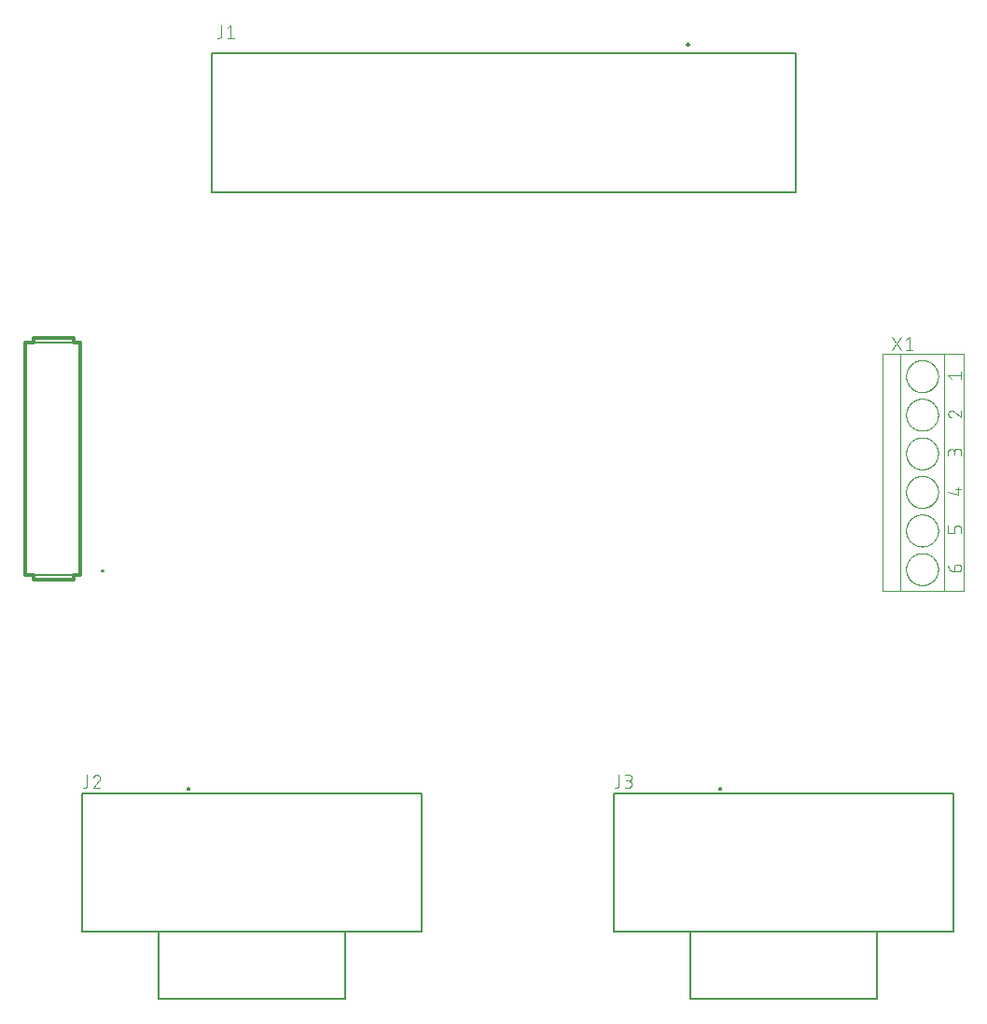
<source format=gbr>
G04 EAGLE Gerber RS-274X export*
G75*
%MOMM*%
%FSLAX34Y34*%
%LPD*%
%INSilkscreen Top*%
%IPPOS*%
%AMOC8*
5,1,8,0,0,1.08239X$1,22.5*%
G01*
%ADD10C,0.127000*%
%ADD11C,0.200000*%
%ADD12C,0.101600*%
%ADD13C,0.304800*%
%ADD14C,0.203200*%


D10*
X166751Y990092D02*
X696849Y990092D01*
X696849Y864108D01*
X166751Y864108D01*
X166751Y990092D01*
D11*
X598440Y998220D02*
X598442Y998283D01*
X598448Y998345D01*
X598458Y998407D01*
X598471Y998469D01*
X598489Y998529D01*
X598510Y998588D01*
X598535Y998646D01*
X598564Y998702D01*
X598596Y998756D01*
X598631Y998808D01*
X598669Y998857D01*
X598711Y998905D01*
X598755Y998949D01*
X598803Y998991D01*
X598852Y999029D01*
X598904Y999064D01*
X598958Y999096D01*
X599014Y999125D01*
X599072Y999150D01*
X599131Y999171D01*
X599191Y999189D01*
X599253Y999202D01*
X599315Y999212D01*
X599377Y999218D01*
X599440Y999220D01*
X599503Y999218D01*
X599565Y999212D01*
X599627Y999202D01*
X599689Y999189D01*
X599749Y999171D01*
X599808Y999150D01*
X599866Y999125D01*
X599922Y999096D01*
X599976Y999064D01*
X600028Y999029D01*
X600077Y998991D01*
X600125Y998949D01*
X600169Y998905D01*
X600211Y998857D01*
X600249Y998808D01*
X600284Y998756D01*
X600316Y998702D01*
X600345Y998646D01*
X600370Y998588D01*
X600391Y998529D01*
X600409Y998469D01*
X600422Y998407D01*
X600432Y998345D01*
X600438Y998283D01*
X600440Y998220D01*
X600438Y998157D01*
X600432Y998095D01*
X600422Y998033D01*
X600409Y997971D01*
X600391Y997911D01*
X600370Y997852D01*
X600345Y997794D01*
X600316Y997738D01*
X600284Y997684D01*
X600249Y997632D01*
X600211Y997583D01*
X600169Y997535D01*
X600125Y997491D01*
X600077Y997449D01*
X600028Y997411D01*
X599976Y997376D01*
X599922Y997344D01*
X599866Y997315D01*
X599808Y997290D01*
X599749Y997269D01*
X599689Y997251D01*
X599627Y997238D01*
X599565Y997228D01*
X599503Y997222D01*
X599440Y997220D01*
X599377Y997222D01*
X599315Y997228D01*
X599253Y997238D01*
X599191Y997251D01*
X599131Y997269D01*
X599072Y997290D01*
X599014Y997315D01*
X598958Y997344D01*
X598904Y997376D01*
X598852Y997411D01*
X598803Y997449D01*
X598755Y997491D01*
X598711Y997535D01*
X598669Y997583D01*
X598631Y997632D01*
X598596Y997684D01*
X598564Y997738D01*
X598535Y997794D01*
X598510Y997852D01*
X598489Y997911D01*
X598471Y997971D01*
X598458Y998033D01*
X598448Y998095D01*
X598442Y998157D01*
X598440Y998220D01*
D12*
X175853Y1006404D02*
X175853Y1015492D01*
X175852Y1006404D02*
X175850Y1006305D01*
X175844Y1006205D01*
X175835Y1006106D01*
X175822Y1006008D01*
X175805Y1005910D01*
X175784Y1005812D01*
X175759Y1005716D01*
X175731Y1005621D01*
X175699Y1005527D01*
X175664Y1005434D01*
X175625Y1005342D01*
X175582Y1005252D01*
X175537Y1005164D01*
X175487Y1005077D01*
X175435Y1004993D01*
X175379Y1004910D01*
X175321Y1004830D01*
X175259Y1004752D01*
X175194Y1004677D01*
X175126Y1004604D01*
X175056Y1004534D01*
X174983Y1004466D01*
X174908Y1004401D01*
X174830Y1004339D01*
X174750Y1004281D01*
X174667Y1004225D01*
X174583Y1004173D01*
X174496Y1004123D01*
X174408Y1004078D01*
X174318Y1004035D01*
X174226Y1003996D01*
X174133Y1003961D01*
X174039Y1003929D01*
X173944Y1003901D01*
X173848Y1003876D01*
X173750Y1003855D01*
X173652Y1003838D01*
X173554Y1003825D01*
X173455Y1003816D01*
X173355Y1003810D01*
X173256Y1003808D01*
X171958Y1003808D01*
X181126Y1012896D02*
X184372Y1015492D01*
X184372Y1003808D01*
X187617Y1003808D02*
X181126Y1003808D01*
D10*
X49150Y318290D02*
X357250Y318290D01*
X357250Y193290D01*
X287800Y193290D01*
X118600Y193290D01*
X49150Y193290D01*
X49150Y318290D01*
X118600Y193290D02*
X118600Y132290D01*
X287800Y132290D01*
X287800Y193290D01*
D11*
X145000Y323140D02*
X145002Y323203D01*
X145008Y323265D01*
X145018Y323327D01*
X145031Y323389D01*
X145049Y323449D01*
X145070Y323508D01*
X145095Y323566D01*
X145124Y323622D01*
X145156Y323676D01*
X145191Y323728D01*
X145229Y323777D01*
X145271Y323825D01*
X145315Y323869D01*
X145363Y323911D01*
X145412Y323949D01*
X145464Y323984D01*
X145518Y324016D01*
X145574Y324045D01*
X145632Y324070D01*
X145691Y324091D01*
X145751Y324109D01*
X145813Y324122D01*
X145875Y324132D01*
X145937Y324138D01*
X146000Y324140D01*
X146063Y324138D01*
X146125Y324132D01*
X146187Y324122D01*
X146249Y324109D01*
X146309Y324091D01*
X146368Y324070D01*
X146426Y324045D01*
X146482Y324016D01*
X146536Y323984D01*
X146588Y323949D01*
X146637Y323911D01*
X146685Y323869D01*
X146729Y323825D01*
X146771Y323777D01*
X146809Y323728D01*
X146844Y323676D01*
X146876Y323622D01*
X146905Y323566D01*
X146930Y323508D01*
X146951Y323449D01*
X146969Y323389D01*
X146982Y323327D01*
X146992Y323265D01*
X146998Y323203D01*
X147000Y323140D01*
X146998Y323077D01*
X146992Y323015D01*
X146982Y322953D01*
X146969Y322891D01*
X146951Y322831D01*
X146930Y322772D01*
X146905Y322714D01*
X146876Y322658D01*
X146844Y322604D01*
X146809Y322552D01*
X146771Y322503D01*
X146729Y322455D01*
X146685Y322411D01*
X146637Y322369D01*
X146588Y322331D01*
X146536Y322296D01*
X146482Y322264D01*
X146426Y322235D01*
X146368Y322210D01*
X146309Y322189D01*
X146249Y322171D01*
X146187Y322158D01*
X146125Y322148D01*
X146063Y322142D01*
X146000Y322140D01*
X145937Y322142D01*
X145875Y322148D01*
X145813Y322158D01*
X145751Y322171D01*
X145691Y322189D01*
X145632Y322210D01*
X145574Y322235D01*
X145518Y322264D01*
X145464Y322296D01*
X145412Y322331D01*
X145363Y322369D01*
X145315Y322411D01*
X145271Y322455D01*
X145229Y322503D01*
X145191Y322552D01*
X145156Y322604D01*
X145124Y322658D01*
X145095Y322714D01*
X145070Y322772D01*
X145049Y322831D01*
X145031Y322891D01*
X145018Y322953D01*
X145008Y323015D01*
X145002Y323077D01*
X145000Y323140D01*
D12*
X53953Y326344D02*
X53953Y335432D01*
X53952Y326344D02*
X53950Y326245D01*
X53944Y326145D01*
X53935Y326046D01*
X53922Y325948D01*
X53905Y325850D01*
X53884Y325752D01*
X53859Y325656D01*
X53831Y325561D01*
X53799Y325467D01*
X53764Y325374D01*
X53725Y325282D01*
X53682Y325192D01*
X53637Y325104D01*
X53587Y325017D01*
X53535Y324933D01*
X53479Y324850D01*
X53421Y324770D01*
X53359Y324692D01*
X53294Y324617D01*
X53226Y324544D01*
X53156Y324474D01*
X53083Y324406D01*
X53008Y324341D01*
X52930Y324279D01*
X52850Y324221D01*
X52767Y324165D01*
X52683Y324113D01*
X52596Y324063D01*
X52508Y324018D01*
X52418Y323975D01*
X52326Y323936D01*
X52233Y323901D01*
X52139Y323869D01*
X52044Y323841D01*
X51948Y323816D01*
X51850Y323795D01*
X51752Y323778D01*
X51654Y323765D01*
X51555Y323756D01*
X51455Y323750D01*
X51356Y323748D01*
X50058Y323748D01*
X62796Y335432D02*
X62903Y335430D01*
X63009Y335424D01*
X63115Y335414D01*
X63221Y335401D01*
X63327Y335383D01*
X63431Y335362D01*
X63535Y335337D01*
X63638Y335308D01*
X63739Y335276D01*
X63839Y335239D01*
X63938Y335199D01*
X64036Y335156D01*
X64132Y335109D01*
X64226Y335058D01*
X64318Y335004D01*
X64408Y334947D01*
X64496Y334887D01*
X64581Y334823D01*
X64664Y334756D01*
X64745Y334686D01*
X64823Y334614D01*
X64899Y334538D01*
X64971Y334460D01*
X65041Y334379D01*
X65108Y334296D01*
X65172Y334211D01*
X65232Y334123D01*
X65289Y334033D01*
X65343Y333941D01*
X65394Y333847D01*
X65441Y333751D01*
X65484Y333653D01*
X65524Y333554D01*
X65561Y333454D01*
X65593Y333353D01*
X65622Y333250D01*
X65647Y333146D01*
X65668Y333042D01*
X65686Y332936D01*
X65699Y332830D01*
X65709Y332724D01*
X65715Y332618D01*
X65717Y332511D01*
X62796Y335432D02*
X62675Y335430D01*
X62554Y335424D01*
X62434Y335414D01*
X62313Y335401D01*
X62194Y335383D01*
X62074Y335362D01*
X61956Y335337D01*
X61839Y335308D01*
X61722Y335275D01*
X61607Y335239D01*
X61493Y335198D01*
X61380Y335155D01*
X61268Y335107D01*
X61159Y335056D01*
X61051Y335001D01*
X60944Y334943D01*
X60840Y334882D01*
X60738Y334817D01*
X60638Y334749D01*
X60540Y334678D01*
X60444Y334604D01*
X60351Y334527D01*
X60261Y334446D01*
X60173Y334363D01*
X60088Y334277D01*
X60005Y334188D01*
X59926Y334097D01*
X59849Y334003D01*
X59776Y333907D01*
X59706Y333809D01*
X59639Y333708D01*
X59575Y333605D01*
X59515Y333500D01*
X59458Y333393D01*
X59404Y333285D01*
X59354Y333175D01*
X59308Y333063D01*
X59265Y332950D01*
X59226Y332835D01*
X64744Y330239D02*
X64823Y330316D01*
X64899Y330397D01*
X64972Y330480D01*
X65042Y330565D01*
X65109Y330653D01*
X65173Y330743D01*
X65233Y330835D01*
X65290Y330930D01*
X65344Y331026D01*
X65395Y331124D01*
X65442Y331224D01*
X65486Y331326D01*
X65526Y331429D01*
X65562Y331533D01*
X65594Y331639D01*
X65623Y331745D01*
X65648Y331853D01*
X65670Y331961D01*
X65687Y332071D01*
X65701Y332180D01*
X65710Y332290D01*
X65716Y332401D01*
X65718Y332511D01*
X64744Y330239D02*
X59226Y323748D01*
X65717Y323748D01*
D10*
X531750Y318290D02*
X839850Y318290D01*
X839850Y193290D01*
X770400Y193290D01*
X601200Y193290D01*
X531750Y193290D01*
X531750Y318290D01*
X601200Y193290D02*
X601200Y132290D01*
X770400Y132290D01*
X770400Y193290D01*
D11*
X627600Y323140D02*
X627602Y323203D01*
X627608Y323265D01*
X627618Y323327D01*
X627631Y323389D01*
X627649Y323449D01*
X627670Y323508D01*
X627695Y323566D01*
X627724Y323622D01*
X627756Y323676D01*
X627791Y323728D01*
X627829Y323777D01*
X627871Y323825D01*
X627915Y323869D01*
X627963Y323911D01*
X628012Y323949D01*
X628064Y323984D01*
X628118Y324016D01*
X628174Y324045D01*
X628232Y324070D01*
X628291Y324091D01*
X628351Y324109D01*
X628413Y324122D01*
X628475Y324132D01*
X628537Y324138D01*
X628600Y324140D01*
X628663Y324138D01*
X628725Y324132D01*
X628787Y324122D01*
X628849Y324109D01*
X628909Y324091D01*
X628968Y324070D01*
X629026Y324045D01*
X629082Y324016D01*
X629136Y323984D01*
X629188Y323949D01*
X629237Y323911D01*
X629285Y323869D01*
X629329Y323825D01*
X629371Y323777D01*
X629409Y323728D01*
X629444Y323676D01*
X629476Y323622D01*
X629505Y323566D01*
X629530Y323508D01*
X629551Y323449D01*
X629569Y323389D01*
X629582Y323327D01*
X629592Y323265D01*
X629598Y323203D01*
X629600Y323140D01*
X629598Y323077D01*
X629592Y323015D01*
X629582Y322953D01*
X629569Y322891D01*
X629551Y322831D01*
X629530Y322772D01*
X629505Y322714D01*
X629476Y322658D01*
X629444Y322604D01*
X629409Y322552D01*
X629371Y322503D01*
X629329Y322455D01*
X629285Y322411D01*
X629237Y322369D01*
X629188Y322331D01*
X629136Y322296D01*
X629082Y322264D01*
X629026Y322235D01*
X628968Y322210D01*
X628909Y322189D01*
X628849Y322171D01*
X628787Y322158D01*
X628725Y322148D01*
X628663Y322142D01*
X628600Y322140D01*
X628537Y322142D01*
X628475Y322148D01*
X628413Y322158D01*
X628351Y322171D01*
X628291Y322189D01*
X628232Y322210D01*
X628174Y322235D01*
X628118Y322264D01*
X628064Y322296D01*
X628012Y322331D01*
X627963Y322369D01*
X627915Y322411D01*
X627871Y322455D01*
X627829Y322503D01*
X627791Y322552D01*
X627756Y322604D01*
X627724Y322658D01*
X627695Y322714D01*
X627670Y322772D01*
X627649Y322831D01*
X627631Y322891D01*
X627618Y322953D01*
X627608Y323015D01*
X627602Y323077D01*
X627600Y323140D01*
D12*
X536553Y326344D02*
X536553Y335432D01*
X536552Y326344D02*
X536550Y326245D01*
X536544Y326145D01*
X536535Y326046D01*
X536522Y325948D01*
X536505Y325850D01*
X536484Y325752D01*
X536459Y325656D01*
X536431Y325561D01*
X536399Y325467D01*
X536364Y325374D01*
X536325Y325282D01*
X536282Y325192D01*
X536237Y325104D01*
X536187Y325017D01*
X536135Y324933D01*
X536079Y324850D01*
X536021Y324770D01*
X535959Y324692D01*
X535894Y324617D01*
X535826Y324544D01*
X535756Y324474D01*
X535683Y324406D01*
X535608Y324341D01*
X535530Y324279D01*
X535450Y324221D01*
X535367Y324165D01*
X535283Y324113D01*
X535196Y324063D01*
X535108Y324018D01*
X535018Y323975D01*
X534926Y323936D01*
X534833Y323901D01*
X534739Y323869D01*
X534644Y323841D01*
X534548Y323816D01*
X534450Y323795D01*
X534352Y323778D01*
X534254Y323765D01*
X534155Y323756D01*
X534055Y323750D01*
X533956Y323748D01*
X532658Y323748D01*
X541826Y323748D02*
X545072Y323748D01*
X545185Y323750D01*
X545298Y323756D01*
X545411Y323766D01*
X545524Y323780D01*
X545636Y323797D01*
X545747Y323819D01*
X545857Y323844D01*
X545967Y323874D01*
X546075Y323907D01*
X546182Y323944D01*
X546288Y323984D01*
X546392Y324029D01*
X546495Y324077D01*
X546596Y324128D01*
X546695Y324183D01*
X546792Y324241D01*
X546887Y324303D01*
X546980Y324368D01*
X547070Y324436D01*
X547158Y324507D01*
X547244Y324582D01*
X547327Y324659D01*
X547407Y324739D01*
X547484Y324822D01*
X547559Y324908D01*
X547630Y324996D01*
X547698Y325086D01*
X547763Y325179D01*
X547825Y325274D01*
X547883Y325371D01*
X547938Y325470D01*
X547989Y325571D01*
X548037Y325674D01*
X548082Y325778D01*
X548122Y325884D01*
X548159Y325991D01*
X548192Y326099D01*
X548222Y326209D01*
X548247Y326319D01*
X548269Y326430D01*
X548286Y326542D01*
X548300Y326655D01*
X548310Y326768D01*
X548316Y326881D01*
X548318Y326994D01*
X548316Y327107D01*
X548310Y327220D01*
X548300Y327333D01*
X548286Y327446D01*
X548269Y327558D01*
X548247Y327669D01*
X548222Y327779D01*
X548192Y327889D01*
X548159Y327997D01*
X548122Y328104D01*
X548082Y328210D01*
X548037Y328314D01*
X547989Y328417D01*
X547938Y328518D01*
X547883Y328617D01*
X547825Y328714D01*
X547763Y328809D01*
X547698Y328902D01*
X547630Y328992D01*
X547559Y329080D01*
X547484Y329166D01*
X547407Y329249D01*
X547327Y329329D01*
X547244Y329406D01*
X547158Y329481D01*
X547070Y329552D01*
X546980Y329620D01*
X546887Y329685D01*
X546792Y329747D01*
X546695Y329805D01*
X546596Y329860D01*
X546495Y329911D01*
X546392Y329959D01*
X546288Y330004D01*
X546182Y330044D01*
X546075Y330081D01*
X545967Y330114D01*
X545857Y330144D01*
X545747Y330169D01*
X545636Y330191D01*
X545524Y330208D01*
X545411Y330222D01*
X545298Y330232D01*
X545185Y330238D01*
X545072Y330240D01*
X545721Y335432D02*
X541826Y335432D01*
X545721Y335432D02*
X545822Y335430D01*
X545922Y335424D01*
X546022Y335414D01*
X546122Y335401D01*
X546221Y335383D01*
X546320Y335362D01*
X546417Y335337D01*
X546514Y335308D01*
X546609Y335275D01*
X546703Y335239D01*
X546795Y335199D01*
X546886Y335156D01*
X546975Y335109D01*
X547062Y335059D01*
X547148Y335005D01*
X547231Y334948D01*
X547311Y334888D01*
X547390Y334825D01*
X547466Y334758D01*
X547539Y334689D01*
X547609Y334617D01*
X547677Y334543D01*
X547742Y334466D01*
X547803Y334386D01*
X547862Y334304D01*
X547917Y334220D01*
X547969Y334134D01*
X548018Y334046D01*
X548063Y333956D01*
X548105Y333864D01*
X548143Y333771D01*
X548177Y333676D01*
X548208Y333581D01*
X548235Y333484D01*
X548258Y333386D01*
X548278Y333287D01*
X548293Y333187D01*
X548305Y333087D01*
X548313Y332987D01*
X548317Y332886D01*
X548317Y332786D01*
X548313Y332685D01*
X548305Y332585D01*
X548293Y332485D01*
X548278Y332385D01*
X548258Y332286D01*
X548235Y332188D01*
X548208Y332091D01*
X548177Y331996D01*
X548143Y331901D01*
X548105Y331808D01*
X548063Y331716D01*
X548018Y331626D01*
X547969Y331538D01*
X547917Y331452D01*
X547862Y331368D01*
X547803Y331286D01*
X547742Y331206D01*
X547677Y331129D01*
X547609Y331055D01*
X547539Y330983D01*
X547466Y330914D01*
X547390Y330847D01*
X547311Y330784D01*
X547231Y330724D01*
X547148Y330667D01*
X547062Y330613D01*
X546975Y330563D01*
X546886Y330516D01*
X546795Y330473D01*
X546703Y330433D01*
X546609Y330397D01*
X546514Y330364D01*
X546417Y330335D01*
X546320Y330310D01*
X546221Y330289D01*
X546122Y330271D01*
X546022Y330258D01*
X545922Y330248D01*
X545822Y330242D01*
X545721Y330240D01*
X545721Y330239D02*
X543124Y330239D01*
D13*
X47800Y517050D02*
X47800Y727550D01*
X41800Y731800D02*
X5800Y731800D01*
X-2200Y727550D02*
X-2200Y517050D01*
X5800Y512800D02*
X41800Y512800D01*
X5800Y517050D02*
X-2200Y517050D01*
X5800Y517050D02*
X5800Y512800D01*
X5800Y727550D02*
X-2200Y727550D01*
X5800Y727550D02*
X5800Y731800D01*
X41800Y517050D02*
X47800Y517050D01*
X41800Y517050D02*
X41800Y512800D01*
X41800Y727550D02*
X47800Y727550D01*
X41800Y727550D02*
X41800Y731800D01*
D10*
X41800Y517050D02*
X5800Y517050D01*
X5800Y727550D02*
X41800Y727550D01*
D14*
X67236Y520066D02*
X68534Y520066D01*
X67236Y520066D02*
X67236Y521364D01*
X68534Y521364D01*
X68534Y520066D01*
D12*
X849300Y502100D02*
X849300Y717100D01*
X831923Y717100D01*
X791807Y717100D02*
X791807Y502100D01*
X796637Y502100D02*
X827167Y502100D01*
X791807Y502100D02*
X783690Y502100D01*
X791807Y502100D02*
X796637Y502100D01*
X827167Y717100D02*
X831923Y717100D01*
X831923Y502100D01*
X827167Y502100D01*
X827167Y717100D02*
X796637Y717100D01*
X831923Y502100D02*
X849300Y502100D01*
X796637Y717100D02*
X791807Y717100D01*
X783690Y717100D01*
X776300Y717100D02*
X776300Y502100D01*
X779300Y502100D01*
X779300Y717100D02*
X776300Y717100D01*
X779300Y717100D02*
X783690Y717100D01*
X783690Y502100D02*
X779300Y502100D01*
X818910Y685040D02*
X818850Y685100D01*
X818850Y650100D02*
X818910Y650040D01*
X818850Y615100D02*
X818910Y615040D01*
X818850Y580100D02*
X818910Y580040D01*
X818850Y545100D02*
X818910Y545040D01*
X818850Y510100D02*
X818910Y510040D01*
X797300Y697100D02*
X797304Y697456D01*
X797317Y697811D01*
X797339Y698167D01*
X797370Y698521D01*
X797409Y698875D01*
X797457Y699228D01*
X797513Y699579D01*
X797579Y699929D01*
X797652Y700277D01*
X797735Y700623D01*
X797825Y700967D01*
X797924Y701309D01*
X798032Y701648D01*
X798148Y701985D01*
X798272Y702318D01*
X798404Y702649D01*
X798544Y702976D01*
X798692Y703300D01*
X798848Y703619D01*
X799012Y703935D01*
X799184Y704247D01*
X799363Y704554D01*
X799550Y704857D01*
X799744Y705156D01*
X799945Y705449D01*
X800153Y705738D01*
X800369Y706021D01*
X800591Y706299D01*
X800820Y706571D01*
X801056Y706838D01*
X801298Y707098D01*
X801547Y707353D01*
X801802Y707602D01*
X802062Y707844D01*
X802329Y708080D01*
X802601Y708309D01*
X802879Y708531D01*
X803162Y708747D01*
X803451Y708955D01*
X803744Y709156D01*
X804043Y709350D01*
X804346Y709537D01*
X804653Y709716D01*
X804965Y709888D01*
X805281Y710052D01*
X805600Y710208D01*
X805924Y710356D01*
X806251Y710496D01*
X806582Y710628D01*
X806915Y710752D01*
X807252Y710868D01*
X807591Y710976D01*
X807933Y711075D01*
X808277Y711165D01*
X808623Y711248D01*
X808971Y711321D01*
X809321Y711387D01*
X809672Y711443D01*
X810025Y711491D01*
X810379Y711530D01*
X810733Y711561D01*
X811089Y711583D01*
X811444Y711596D01*
X811800Y711600D01*
X812156Y711596D01*
X812511Y711583D01*
X812867Y711561D01*
X813221Y711530D01*
X813575Y711491D01*
X813928Y711443D01*
X814279Y711387D01*
X814629Y711321D01*
X814977Y711248D01*
X815323Y711165D01*
X815667Y711075D01*
X816009Y710976D01*
X816348Y710868D01*
X816685Y710752D01*
X817018Y710628D01*
X817349Y710496D01*
X817676Y710356D01*
X818000Y710208D01*
X818319Y710052D01*
X818635Y709888D01*
X818947Y709716D01*
X819254Y709537D01*
X819557Y709350D01*
X819856Y709156D01*
X820149Y708955D01*
X820438Y708747D01*
X820721Y708531D01*
X820999Y708309D01*
X821271Y708080D01*
X821538Y707844D01*
X821798Y707602D01*
X822053Y707353D01*
X822302Y707098D01*
X822544Y706838D01*
X822780Y706571D01*
X823009Y706299D01*
X823231Y706021D01*
X823447Y705738D01*
X823655Y705449D01*
X823856Y705156D01*
X824050Y704857D01*
X824237Y704554D01*
X824416Y704247D01*
X824588Y703935D01*
X824752Y703619D01*
X824908Y703300D01*
X825056Y702976D01*
X825196Y702649D01*
X825328Y702318D01*
X825452Y701985D01*
X825568Y701648D01*
X825676Y701309D01*
X825775Y700967D01*
X825865Y700623D01*
X825948Y700277D01*
X826021Y699929D01*
X826087Y699579D01*
X826143Y699228D01*
X826191Y698875D01*
X826230Y698521D01*
X826261Y698167D01*
X826283Y697811D01*
X826296Y697456D01*
X826300Y697100D01*
X826296Y696744D01*
X826283Y696389D01*
X826261Y696033D01*
X826230Y695679D01*
X826191Y695325D01*
X826143Y694972D01*
X826087Y694621D01*
X826021Y694271D01*
X825948Y693923D01*
X825865Y693577D01*
X825775Y693233D01*
X825676Y692891D01*
X825568Y692552D01*
X825452Y692215D01*
X825328Y691882D01*
X825196Y691551D01*
X825056Y691224D01*
X824908Y690900D01*
X824752Y690581D01*
X824588Y690265D01*
X824416Y689953D01*
X824237Y689646D01*
X824050Y689343D01*
X823856Y689044D01*
X823655Y688751D01*
X823447Y688462D01*
X823231Y688179D01*
X823009Y687901D01*
X822780Y687629D01*
X822544Y687362D01*
X822302Y687102D01*
X822053Y686847D01*
X821798Y686598D01*
X821538Y686356D01*
X821271Y686120D01*
X820999Y685891D01*
X820721Y685669D01*
X820438Y685453D01*
X820149Y685245D01*
X819856Y685044D01*
X819557Y684850D01*
X819254Y684663D01*
X818947Y684484D01*
X818635Y684312D01*
X818319Y684148D01*
X818000Y683992D01*
X817676Y683844D01*
X817349Y683704D01*
X817018Y683572D01*
X816685Y683448D01*
X816348Y683332D01*
X816009Y683224D01*
X815667Y683125D01*
X815323Y683035D01*
X814977Y682952D01*
X814629Y682879D01*
X814279Y682813D01*
X813928Y682757D01*
X813575Y682709D01*
X813221Y682670D01*
X812867Y682639D01*
X812511Y682617D01*
X812156Y682604D01*
X811800Y682600D01*
X811444Y682604D01*
X811089Y682617D01*
X810733Y682639D01*
X810379Y682670D01*
X810025Y682709D01*
X809672Y682757D01*
X809321Y682813D01*
X808971Y682879D01*
X808623Y682952D01*
X808277Y683035D01*
X807933Y683125D01*
X807591Y683224D01*
X807252Y683332D01*
X806915Y683448D01*
X806582Y683572D01*
X806251Y683704D01*
X805924Y683844D01*
X805600Y683992D01*
X805281Y684148D01*
X804965Y684312D01*
X804653Y684484D01*
X804346Y684663D01*
X804043Y684850D01*
X803744Y685044D01*
X803451Y685245D01*
X803162Y685453D01*
X802879Y685669D01*
X802601Y685891D01*
X802329Y686120D01*
X802062Y686356D01*
X801802Y686598D01*
X801547Y686847D01*
X801298Y687102D01*
X801056Y687362D01*
X800820Y687629D01*
X800591Y687901D01*
X800369Y688179D01*
X800153Y688462D01*
X799945Y688751D01*
X799744Y689044D01*
X799550Y689343D01*
X799363Y689646D01*
X799184Y689953D01*
X799012Y690265D01*
X798848Y690581D01*
X798692Y690900D01*
X798544Y691224D01*
X798404Y691551D01*
X798272Y691882D01*
X798148Y692215D01*
X798032Y692552D01*
X797924Y692891D01*
X797825Y693233D01*
X797735Y693577D01*
X797652Y693923D01*
X797579Y694271D01*
X797513Y694621D01*
X797457Y694972D01*
X797409Y695325D01*
X797370Y695679D01*
X797339Y696033D01*
X797317Y696389D01*
X797304Y696744D01*
X797300Y697100D01*
X797300Y662100D02*
X797304Y662456D01*
X797317Y662811D01*
X797339Y663167D01*
X797370Y663521D01*
X797409Y663875D01*
X797457Y664228D01*
X797513Y664579D01*
X797579Y664929D01*
X797652Y665277D01*
X797735Y665623D01*
X797825Y665967D01*
X797924Y666309D01*
X798032Y666648D01*
X798148Y666985D01*
X798272Y667318D01*
X798404Y667649D01*
X798544Y667976D01*
X798692Y668300D01*
X798848Y668619D01*
X799012Y668935D01*
X799184Y669247D01*
X799363Y669554D01*
X799550Y669857D01*
X799744Y670156D01*
X799945Y670449D01*
X800153Y670738D01*
X800369Y671021D01*
X800591Y671299D01*
X800820Y671571D01*
X801056Y671838D01*
X801298Y672098D01*
X801547Y672353D01*
X801802Y672602D01*
X802062Y672844D01*
X802329Y673080D01*
X802601Y673309D01*
X802879Y673531D01*
X803162Y673747D01*
X803451Y673955D01*
X803744Y674156D01*
X804043Y674350D01*
X804346Y674537D01*
X804653Y674716D01*
X804965Y674888D01*
X805281Y675052D01*
X805600Y675208D01*
X805924Y675356D01*
X806251Y675496D01*
X806582Y675628D01*
X806915Y675752D01*
X807252Y675868D01*
X807591Y675976D01*
X807933Y676075D01*
X808277Y676165D01*
X808623Y676248D01*
X808971Y676321D01*
X809321Y676387D01*
X809672Y676443D01*
X810025Y676491D01*
X810379Y676530D01*
X810733Y676561D01*
X811089Y676583D01*
X811444Y676596D01*
X811800Y676600D01*
X812156Y676596D01*
X812511Y676583D01*
X812867Y676561D01*
X813221Y676530D01*
X813575Y676491D01*
X813928Y676443D01*
X814279Y676387D01*
X814629Y676321D01*
X814977Y676248D01*
X815323Y676165D01*
X815667Y676075D01*
X816009Y675976D01*
X816348Y675868D01*
X816685Y675752D01*
X817018Y675628D01*
X817349Y675496D01*
X817676Y675356D01*
X818000Y675208D01*
X818319Y675052D01*
X818635Y674888D01*
X818947Y674716D01*
X819254Y674537D01*
X819557Y674350D01*
X819856Y674156D01*
X820149Y673955D01*
X820438Y673747D01*
X820721Y673531D01*
X820999Y673309D01*
X821271Y673080D01*
X821538Y672844D01*
X821798Y672602D01*
X822053Y672353D01*
X822302Y672098D01*
X822544Y671838D01*
X822780Y671571D01*
X823009Y671299D01*
X823231Y671021D01*
X823447Y670738D01*
X823655Y670449D01*
X823856Y670156D01*
X824050Y669857D01*
X824237Y669554D01*
X824416Y669247D01*
X824588Y668935D01*
X824752Y668619D01*
X824908Y668300D01*
X825056Y667976D01*
X825196Y667649D01*
X825328Y667318D01*
X825452Y666985D01*
X825568Y666648D01*
X825676Y666309D01*
X825775Y665967D01*
X825865Y665623D01*
X825948Y665277D01*
X826021Y664929D01*
X826087Y664579D01*
X826143Y664228D01*
X826191Y663875D01*
X826230Y663521D01*
X826261Y663167D01*
X826283Y662811D01*
X826296Y662456D01*
X826300Y662100D01*
X826296Y661744D01*
X826283Y661389D01*
X826261Y661033D01*
X826230Y660679D01*
X826191Y660325D01*
X826143Y659972D01*
X826087Y659621D01*
X826021Y659271D01*
X825948Y658923D01*
X825865Y658577D01*
X825775Y658233D01*
X825676Y657891D01*
X825568Y657552D01*
X825452Y657215D01*
X825328Y656882D01*
X825196Y656551D01*
X825056Y656224D01*
X824908Y655900D01*
X824752Y655581D01*
X824588Y655265D01*
X824416Y654953D01*
X824237Y654646D01*
X824050Y654343D01*
X823856Y654044D01*
X823655Y653751D01*
X823447Y653462D01*
X823231Y653179D01*
X823009Y652901D01*
X822780Y652629D01*
X822544Y652362D01*
X822302Y652102D01*
X822053Y651847D01*
X821798Y651598D01*
X821538Y651356D01*
X821271Y651120D01*
X820999Y650891D01*
X820721Y650669D01*
X820438Y650453D01*
X820149Y650245D01*
X819856Y650044D01*
X819557Y649850D01*
X819254Y649663D01*
X818947Y649484D01*
X818635Y649312D01*
X818319Y649148D01*
X818000Y648992D01*
X817676Y648844D01*
X817349Y648704D01*
X817018Y648572D01*
X816685Y648448D01*
X816348Y648332D01*
X816009Y648224D01*
X815667Y648125D01*
X815323Y648035D01*
X814977Y647952D01*
X814629Y647879D01*
X814279Y647813D01*
X813928Y647757D01*
X813575Y647709D01*
X813221Y647670D01*
X812867Y647639D01*
X812511Y647617D01*
X812156Y647604D01*
X811800Y647600D01*
X811444Y647604D01*
X811089Y647617D01*
X810733Y647639D01*
X810379Y647670D01*
X810025Y647709D01*
X809672Y647757D01*
X809321Y647813D01*
X808971Y647879D01*
X808623Y647952D01*
X808277Y648035D01*
X807933Y648125D01*
X807591Y648224D01*
X807252Y648332D01*
X806915Y648448D01*
X806582Y648572D01*
X806251Y648704D01*
X805924Y648844D01*
X805600Y648992D01*
X805281Y649148D01*
X804965Y649312D01*
X804653Y649484D01*
X804346Y649663D01*
X804043Y649850D01*
X803744Y650044D01*
X803451Y650245D01*
X803162Y650453D01*
X802879Y650669D01*
X802601Y650891D01*
X802329Y651120D01*
X802062Y651356D01*
X801802Y651598D01*
X801547Y651847D01*
X801298Y652102D01*
X801056Y652362D01*
X800820Y652629D01*
X800591Y652901D01*
X800369Y653179D01*
X800153Y653462D01*
X799945Y653751D01*
X799744Y654044D01*
X799550Y654343D01*
X799363Y654646D01*
X799184Y654953D01*
X799012Y655265D01*
X798848Y655581D01*
X798692Y655900D01*
X798544Y656224D01*
X798404Y656551D01*
X798272Y656882D01*
X798148Y657215D01*
X798032Y657552D01*
X797924Y657891D01*
X797825Y658233D01*
X797735Y658577D01*
X797652Y658923D01*
X797579Y659271D01*
X797513Y659621D01*
X797457Y659972D01*
X797409Y660325D01*
X797370Y660679D01*
X797339Y661033D01*
X797317Y661389D01*
X797304Y661744D01*
X797300Y662100D01*
X797300Y627100D02*
X797304Y627456D01*
X797317Y627811D01*
X797339Y628167D01*
X797370Y628521D01*
X797409Y628875D01*
X797457Y629228D01*
X797513Y629579D01*
X797579Y629929D01*
X797652Y630277D01*
X797735Y630623D01*
X797825Y630967D01*
X797924Y631309D01*
X798032Y631648D01*
X798148Y631985D01*
X798272Y632318D01*
X798404Y632649D01*
X798544Y632976D01*
X798692Y633300D01*
X798848Y633619D01*
X799012Y633935D01*
X799184Y634247D01*
X799363Y634554D01*
X799550Y634857D01*
X799744Y635156D01*
X799945Y635449D01*
X800153Y635738D01*
X800369Y636021D01*
X800591Y636299D01*
X800820Y636571D01*
X801056Y636838D01*
X801298Y637098D01*
X801547Y637353D01*
X801802Y637602D01*
X802062Y637844D01*
X802329Y638080D01*
X802601Y638309D01*
X802879Y638531D01*
X803162Y638747D01*
X803451Y638955D01*
X803744Y639156D01*
X804043Y639350D01*
X804346Y639537D01*
X804653Y639716D01*
X804965Y639888D01*
X805281Y640052D01*
X805600Y640208D01*
X805924Y640356D01*
X806251Y640496D01*
X806582Y640628D01*
X806915Y640752D01*
X807252Y640868D01*
X807591Y640976D01*
X807933Y641075D01*
X808277Y641165D01*
X808623Y641248D01*
X808971Y641321D01*
X809321Y641387D01*
X809672Y641443D01*
X810025Y641491D01*
X810379Y641530D01*
X810733Y641561D01*
X811089Y641583D01*
X811444Y641596D01*
X811800Y641600D01*
X812156Y641596D01*
X812511Y641583D01*
X812867Y641561D01*
X813221Y641530D01*
X813575Y641491D01*
X813928Y641443D01*
X814279Y641387D01*
X814629Y641321D01*
X814977Y641248D01*
X815323Y641165D01*
X815667Y641075D01*
X816009Y640976D01*
X816348Y640868D01*
X816685Y640752D01*
X817018Y640628D01*
X817349Y640496D01*
X817676Y640356D01*
X818000Y640208D01*
X818319Y640052D01*
X818635Y639888D01*
X818947Y639716D01*
X819254Y639537D01*
X819557Y639350D01*
X819856Y639156D01*
X820149Y638955D01*
X820438Y638747D01*
X820721Y638531D01*
X820999Y638309D01*
X821271Y638080D01*
X821538Y637844D01*
X821798Y637602D01*
X822053Y637353D01*
X822302Y637098D01*
X822544Y636838D01*
X822780Y636571D01*
X823009Y636299D01*
X823231Y636021D01*
X823447Y635738D01*
X823655Y635449D01*
X823856Y635156D01*
X824050Y634857D01*
X824237Y634554D01*
X824416Y634247D01*
X824588Y633935D01*
X824752Y633619D01*
X824908Y633300D01*
X825056Y632976D01*
X825196Y632649D01*
X825328Y632318D01*
X825452Y631985D01*
X825568Y631648D01*
X825676Y631309D01*
X825775Y630967D01*
X825865Y630623D01*
X825948Y630277D01*
X826021Y629929D01*
X826087Y629579D01*
X826143Y629228D01*
X826191Y628875D01*
X826230Y628521D01*
X826261Y628167D01*
X826283Y627811D01*
X826296Y627456D01*
X826300Y627100D01*
X826296Y626744D01*
X826283Y626389D01*
X826261Y626033D01*
X826230Y625679D01*
X826191Y625325D01*
X826143Y624972D01*
X826087Y624621D01*
X826021Y624271D01*
X825948Y623923D01*
X825865Y623577D01*
X825775Y623233D01*
X825676Y622891D01*
X825568Y622552D01*
X825452Y622215D01*
X825328Y621882D01*
X825196Y621551D01*
X825056Y621224D01*
X824908Y620900D01*
X824752Y620581D01*
X824588Y620265D01*
X824416Y619953D01*
X824237Y619646D01*
X824050Y619343D01*
X823856Y619044D01*
X823655Y618751D01*
X823447Y618462D01*
X823231Y618179D01*
X823009Y617901D01*
X822780Y617629D01*
X822544Y617362D01*
X822302Y617102D01*
X822053Y616847D01*
X821798Y616598D01*
X821538Y616356D01*
X821271Y616120D01*
X820999Y615891D01*
X820721Y615669D01*
X820438Y615453D01*
X820149Y615245D01*
X819856Y615044D01*
X819557Y614850D01*
X819254Y614663D01*
X818947Y614484D01*
X818635Y614312D01*
X818319Y614148D01*
X818000Y613992D01*
X817676Y613844D01*
X817349Y613704D01*
X817018Y613572D01*
X816685Y613448D01*
X816348Y613332D01*
X816009Y613224D01*
X815667Y613125D01*
X815323Y613035D01*
X814977Y612952D01*
X814629Y612879D01*
X814279Y612813D01*
X813928Y612757D01*
X813575Y612709D01*
X813221Y612670D01*
X812867Y612639D01*
X812511Y612617D01*
X812156Y612604D01*
X811800Y612600D01*
X811444Y612604D01*
X811089Y612617D01*
X810733Y612639D01*
X810379Y612670D01*
X810025Y612709D01*
X809672Y612757D01*
X809321Y612813D01*
X808971Y612879D01*
X808623Y612952D01*
X808277Y613035D01*
X807933Y613125D01*
X807591Y613224D01*
X807252Y613332D01*
X806915Y613448D01*
X806582Y613572D01*
X806251Y613704D01*
X805924Y613844D01*
X805600Y613992D01*
X805281Y614148D01*
X804965Y614312D01*
X804653Y614484D01*
X804346Y614663D01*
X804043Y614850D01*
X803744Y615044D01*
X803451Y615245D01*
X803162Y615453D01*
X802879Y615669D01*
X802601Y615891D01*
X802329Y616120D01*
X802062Y616356D01*
X801802Y616598D01*
X801547Y616847D01*
X801298Y617102D01*
X801056Y617362D01*
X800820Y617629D01*
X800591Y617901D01*
X800369Y618179D01*
X800153Y618462D01*
X799945Y618751D01*
X799744Y619044D01*
X799550Y619343D01*
X799363Y619646D01*
X799184Y619953D01*
X799012Y620265D01*
X798848Y620581D01*
X798692Y620900D01*
X798544Y621224D01*
X798404Y621551D01*
X798272Y621882D01*
X798148Y622215D01*
X798032Y622552D01*
X797924Y622891D01*
X797825Y623233D01*
X797735Y623577D01*
X797652Y623923D01*
X797579Y624271D01*
X797513Y624621D01*
X797457Y624972D01*
X797409Y625325D01*
X797370Y625679D01*
X797339Y626033D01*
X797317Y626389D01*
X797304Y626744D01*
X797300Y627100D01*
X797300Y592100D02*
X797304Y592456D01*
X797317Y592811D01*
X797339Y593167D01*
X797370Y593521D01*
X797409Y593875D01*
X797457Y594228D01*
X797513Y594579D01*
X797579Y594929D01*
X797652Y595277D01*
X797735Y595623D01*
X797825Y595967D01*
X797924Y596309D01*
X798032Y596648D01*
X798148Y596985D01*
X798272Y597318D01*
X798404Y597649D01*
X798544Y597976D01*
X798692Y598300D01*
X798848Y598619D01*
X799012Y598935D01*
X799184Y599247D01*
X799363Y599554D01*
X799550Y599857D01*
X799744Y600156D01*
X799945Y600449D01*
X800153Y600738D01*
X800369Y601021D01*
X800591Y601299D01*
X800820Y601571D01*
X801056Y601838D01*
X801298Y602098D01*
X801547Y602353D01*
X801802Y602602D01*
X802062Y602844D01*
X802329Y603080D01*
X802601Y603309D01*
X802879Y603531D01*
X803162Y603747D01*
X803451Y603955D01*
X803744Y604156D01*
X804043Y604350D01*
X804346Y604537D01*
X804653Y604716D01*
X804965Y604888D01*
X805281Y605052D01*
X805600Y605208D01*
X805924Y605356D01*
X806251Y605496D01*
X806582Y605628D01*
X806915Y605752D01*
X807252Y605868D01*
X807591Y605976D01*
X807933Y606075D01*
X808277Y606165D01*
X808623Y606248D01*
X808971Y606321D01*
X809321Y606387D01*
X809672Y606443D01*
X810025Y606491D01*
X810379Y606530D01*
X810733Y606561D01*
X811089Y606583D01*
X811444Y606596D01*
X811800Y606600D01*
X812156Y606596D01*
X812511Y606583D01*
X812867Y606561D01*
X813221Y606530D01*
X813575Y606491D01*
X813928Y606443D01*
X814279Y606387D01*
X814629Y606321D01*
X814977Y606248D01*
X815323Y606165D01*
X815667Y606075D01*
X816009Y605976D01*
X816348Y605868D01*
X816685Y605752D01*
X817018Y605628D01*
X817349Y605496D01*
X817676Y605356D01*
X818000Y605208D01*
X818319Y605052D01*
X818635Y604888D01*
X818947Y604716D01*
X819254Y604537D01*
X819557Y604350D01*
X819856Y604156D01*
X820149Y603955D01*
X820438Y603747D01*
X820721Y603531D01*
X820999Y603309D01*
X821271Y603080D01*
X821538Y602844D01*
X821798Y602602D01*
X822053Y602353D01*
X822302Y602098D01*
X822544Y601838D01*
X822780Y601571D01*
X823009Y601299D01*
X823231Y601021D01*
X823447Y600738D01*
X823655Y600449D01*
X823856Y600156D01*
X824050Y599857D01*
X824237Y599554D01*
X824416Y599247D01*
X824588Y598935D01*
X824752Y598619D01*
X824908Y598300D01*
X825056Y597976D01*
X825196Y597649D01*
X825328Y597318D01*
X825452Y596985D01*
X825568Y596648D01*
X825676Y596309D01*
X825775Y595967D01*
X825865Y595623D01*
X825948Y595277D01*
X826021Y594929D01*
X826087Y594579D01*
X826143Y594228D01*
X826191Y593875D01*
X826230Y593521D01*
X826261Y593167D01*
X826283Y592811D01*
X826296Y592456D01*
X826300Y592100D01*
X826296Y591744D01*
X826283Y591389D01*
X826261Y591033D01*
X826230Y590679D01*
X826191Y590325D01*
X826143Y589972D01*
X826087Y589621D01*
X826021Y589271D01*
X825948Y588923D01*
X825865Y588577D01*
X825775Y588233D01*
X825676Y587891D01*
X825568Y587552D01*
X825452Y587215D01*
X825328Y586882D01*
X825196Y586551D01*
X825056Y586224D01*
X824908Y585900D01*
X824752Y585581D01*
X824588Y585265D01*
X824416Y584953D01*
X824237Y584646D01*
X824050Y584343D01*
X823856Y584044D01*
X823655Y583751D01*
X823447Y583462D01*
X823231Y583179D01*
X823009Y582901D01*
X822780Y582629D01*
X822544Y582362D01*
X822302Y582102D01*
X822053Y581847D01*
X821798Y581598D01*
X821538Y581356D01*
X821271Y581120D01*
X820999Y580891D01*
X820721Y580669D01*
X820438Y580453D01*
X820149Y580245D01*
X819856Y580044D01*
X819557Y579850D01*
X819254Y579663D01*
X818947Y579484D01*
X818635Y579312D01*
X818319Y579148D01*
X818000Y578992D01*
X817676Y578844D01*
X817349Y578704D01*
X817018Y578572D01*
X816685Y578448D01*
X816348Y578332D01*
X816009Y578224D01*
X815667Y578125D01*
X815323Y578035D01*
X814977Y577952D01*
X814629Y577879D01*
X814279Y577813D01*
X813928Y577757D01*
X813575Y577709D01*
X813221Y577670D01*
X812867Y577639D01*
X812511Y577617D01*
X812156Y577604D01*
X811800Y577600D01*
X811444Y577604D01*
X811089Y577617D01*
X810733Y577639D01*
X810379Y577670D01*
X810025Y577709D01*
X809672Y577757D01*
X809321Y577813D01*
X808971Y577879D01*
X808623Y577952D01*
X808277Y578035D01*
X807933Y578125D01*
X807591Y578224D01*
X807252Y578332D01*
X806915Y578448D01*
X806582Y578572D01*
X806251Y578704D01*
X805924Y578844D01*
X805600Y578992D01*
X805281Y579148D01*
X804965Y579312D01*
X804653Y579484D01*
X804346Y579663D01*
X804043Y579850D01*
X803744Y580044D01*
X803451Y580245D01*
X803162Y580453D01*
X802879Y580669D01*
X802601Y580891D01*
X802329Y581120D01*
X802062Y581356D01*
X801802Y581598D01*
X801547Y581847D01*
X801298Y582102D01*
X801056Y582362D01*
X800820Y582629D01*
X800591Y582901D01*
X800369Y583179D01*
X800153Y583462D01*
X799945Y583751D01*
X799744Y584044D01*
X799550Y584343D01*
X799363Y584646D01*
X799184Y584953D01*
X799012Y585265D01*
X798848Y585581D01*
X798692Y585900D01*
X798544Y586224D01*
X798404Y586551D01*
X798272Y586882D01*
X798148Y587215D01*
X798032Y587552D01*
X797924Y587891D01*
X797825Y588233D01*
X797735Y588577D01*
X797652Y588923D01*
X797579Y589271D01*
X797513Y589621D01*
X797457Y589972D01*
X797409Y590325D01*
X797370Y590679D01*
X797339Y591033D01*
X797317Y591389D01*
X797304Y591744D01*
X797300Y592100D01*
X797300Y557100D02*
X797304Y557456D01*
X797317Y557811D01*
X797339Y558167D01*
X797370Y558521D01*
X797409Y558875D01*
X797457Y559228D01*
X797513Y559579D01*
X797579Y559929D01*
X797652Y560277D01*
X797735Y560623D01*
X797825Y560967D01*
X797924Y561309D01*
X798032Y561648D01*
X798148Y561985D01*
X798272Y562318D01*
X798404Y562649D01*
X798544Y562976D01*
X798692Y563300D01*
X798848Y563619D01*
X799012Y563935D01*
X799184Y564247D01*
X799363Y564554D01*
X799550Y564857D01*
X799744Y565156D01*
X799945Y565449D01*
X800153Y565738D01*
X800369Y566021D01*
X800591Y566299D01*
X800820Y566571D01*
X801056Y566838D01*
X801298Y567098D01*
X801547Y567353D01*
X801802Y567602D01*
X802062Y567844D01*
X802329Y568080D01*
X802601Y568309D01*
X802879Y568531D01*
X803162Y568747D01*
X803451Y568955D01*
X803744Y569156D01*
X804043Y569350D01*
X804346Y569537D01*
X804653Y569716D01*
X804965Y569888D01*
X805281Y570052D01*
X805600Y570208D01*
X805924Y570356D01*
X806251Y570496D01*
X806582Y570628D01*
X806915Y570752D01*
X807252Y570868D01*
X807591Y570976D01*
X807933Y571075D01*
X808277Y571165D01*
X808623Y571248D01*
X808971Y571321D01*
X809321Y571387D01*
X809672Y571443D01*
X810025Y571491D01*
X810379Y571530D01*
X810733Y571561D01*
X811089Y571583D01*
X811444Y571596D01*
X811800Y571600D01*
X812156Y571596D01*
X812511Y571583D01*
X812867Y571561D01*
X813221Y571530D01*
X813575Y571491D01*
X813928Y571443D01*
X814279Y571387D01*
X814629Y571321D01*
X814977Y571248D01*
X815323Y571165D01*
X815667Y571075D01*
X816009Y570976D01*
X816348Y570868D01*
X816685Y570752D01*
X817018Y570628D01*
X817349Y570496D01*
X817676Y570356D01*
X818000Y570208D01*
X818319Y570052D01*
X818635Y569888D01*
X818947Y569716D01*
X819254Y569537D01*
X819557Y569350D01*
X819856Y569156D01*
X820149Y568955D01*
X820438Y568747D01*
X820721Y568531D01*
X820999Y568309D01*
X821271Y568080D01*
X821538Y567844D01*
X821798Y567602D01*
X822053Y567353D01*
X822302Y567098D01*
X822544Y566838D01*
X822780Y566571D01*
X823009Y566299D01*
X823231Y566021D01*
X823447Y565738D01*
X823655Y565449D01*
X823856Y565156D01*
X824050Y564857D01*
X824237Y564554D01*
X824416Y564247D01*
X824588Y563935D01*
X824752Y563619D01*
X824908Y563300D01*
X825056Y562976D01*
X825196Y562649D01*
X825328Y562318D01*
X825452Y561985D01*
X825568Y561648D01*
X825676Y561309D01*
X825775Y560967D01*
X825865Y560623D01*
X825948Y560277D01*
X826021Y559929D01*
X826087Y559579D01*
X826143Y559228D01*
X826191Y558875D01*
X826230Y558521D01*
X826261Y558167D01*
X826283Y557811D01*
X826296Y557456D01*
X826300Y557100D01*
X826296Y556744D01*
X826283Y556389D01*
X826261Y556033D01*
X826230Y555679D01*
X826191Y555325D01*
X826143Y554972D01*
X826087Y554621D01*
X826021Y554271D01*
X825948Y553923D01*
X825865Y553577D01*
X825775Y553233D01*
X825676Y552891D01*
X825568Y552552D01*
X825452Y552215D01*
X825328Y551882D01*
X825196Y551551D01*
X825056Y551224D01*
X824908Y550900D01*
X824752Y550581D01*
X824588Y550265D01*
X824416Y549953D01*
X824237Y549646D01*
X824050Y549343D01*
X823856Y549044D01*
X823655Y548751D01*
X823447Y548462D01*
X823231Y548179D01*
X823009Y547901D01*
X822780Y547629D01*
X822544Y547362D01*
X822302Y547102D01*
X822053Y546847D01*
X821798Y546598D01*
X821538Y546356D01*
X821271Y546120D01*
X820999Y545891D01*
X820721Y545669D01*
X820438Y545453D01*
X820149Y545245D01*
X819856Y545044D01*
X819557Y544850D01*
X819254Y544663D01*
X818947Y544484D01*
X818635Y544312D01*
X818319Y544148D01*
X818000Y543992D01*
X817676Y543844D01*
X817349Y543704D01*
X817018Y543572D01*
X816685Y543448D01*
X816348Y543332D01*
X816009Y543224D01*
X815667Y543125D01*
X815323Y543035D01*
X814977Y542952D01*
X814629Y542879D01*
X814279Y542813D01*
X813928Y542757D01*
X813575Y542709D01*
X813221Y542670D01*
X812867Y542639D01*
X812511Y542617D01*
X812156Y542604D01*
X811800Y542600D01*
X811444Y542604D01*
X811089Y542617D01*
X810733Y542639D01*
X810379Y542670D01*
X810025Y542709D01*
X809672Y542757D01*
X809321Y542813D01*
X808971Y542879D01*
X808623Y542952D01*
X808277Y543035D01*
X807933Y543125D01*
X807591Y543224D01*
X807252Y543332D01*
X806915Y543448D01*
X806582Y543572D01*
X806251Y543704D01*
X805924Y543844D01*
X805600Y543992D01*
X805281Y544148D01*
X804965Y544312D01*
X804653Y544484D01*
X804346Y544663D01*
X804043Y544850D01*
X803744Y545044D01*
X803451Y545245D01*
X803162Y545453D01*
X802879Y545669D01*
X802601Y545891D01*
X802329Y546120D01*
X802062Y546356D01*
X801802Y546598D01*
X801547Y546847D01*
X801298Y547102D01*
X801056Y547362D01*
X800820Y547629D01*
X800591Y547901D01*
X800369Y548179D01*
X800153Y548462D01*
X799945Y548751D01*
X799744Y549044D01*
X799550Y549343D01*
X799363Y549646D01*
X799184Y549953D01*
X799012Y550265D01*
X798848Y550581D01*
X798692Y550900D01*
X798544Y551224D01*
X798404Y551551D01*
X798272Y551882D01*
X798148Y552215D01*
X798032Y552552D01*
X797924Y552891D01*
X797825Y553233D01*
X797735Y553577D01*
X797652Y553923D01*
X797579Y554271D01*
X797513Y554621D01*
X797457Y554972D01*
X797409Y555325D01*
X797370Y555679D01*
X797339Y556033D01*
X797317Y556389D01*
X797304Y556744D01*
X797300Y557100D01*
X797300Y522100D02*
X797304Y522456D01*
X797317Y522811D01*
X797339Y523167D01*
X797370Y523521D01*
X797409Y523875D01*
X797457Y524228D01*
X797513Y524579D01*
X797579Y524929D01*
X797652Y525277D01*
X797735Y525623D01*
X797825Y525967D01*
X797924Y526309D01*
X798032Y526648D01*
X798148Y526985D01*
X798272Y527318D01*
X798404Y527649D01*
X798544Y527976D01*
X798692Y528300D01*
X798848Y528619D01*
X799012Y528935D01*
X799184Y529247D01*
X799363Y529554D01*
X799550Y529857D01*
X799744Y530156D01*
X799945Y530449D01*
X800153Y530738D01*
X800369Y531021D01*
X800591Y531299D01*
X800820Y531571D01*
X801056Y531838D01*
X801298Y532098D01*
X801547Y532353D01*
X801802Y532602D01*
X802062Y532844D01*
X802329Y533080D01*
X802601Y533309D01*
X802879Y533531D01*
X803162Y533747D01*
X803451Y533955D01*
X803744Y534156D01*
X804043Y534350D01*
X804346Y534537D01*
X804653Y534716D01*
X804965Y534888D01*
X805281Y535052D01*
X805600Y535208D01*
X805924Y535356D01*
X806251Y535496D01*
X806582Y535628D01*
X806915Y535752D01*
X807252Y535868D01*
X807591Y535976D01*
X807933Y536075D01*
X808277Y536165D01*
X808623Y536248D01*
X808971Y536321D01*
X809321Y536387D01*
X809672Y536443D01*
X810025Y536491D01*
X810379Y536530D01*
X810733Y536561D01*
X811089Y536583D01*
X811444Y536596D01*
X811800Y536600D01*
X812156Y536596D01*
X812511Y536583D01*
X812867Y536561D01*
X813221Y536530D01*
X813575Y536491D01*
X813928Y536443D01*
X814279Y536387D01*
X814629Y536321D01*
X814977Y536248D01*
X815323Y536165D01*
X815667Y536075D01*
X816009Y535976D01*
X816348Y535868D01*
X816685Y535752D01*
X817018Y535628D01*
X817349Y535496D01*
X817676Y535356D01*
X818000Y535208D01*
X818319Y535052D01*
X818635Y534888D01*
X818947Y534716D01*
X819254Y534537D01*
X819557Y534350D01*
X819856Y534156D01*
X820149Y533955D01*
X820438Y533747D01*
X820721Y533531D01*
X820999Y533309D01*
X821271Y533080D01*
X821538Y532844D01*
X821798Y532602D01*
X822053Y532353D01*
X822302Y532098D01*
X822544Y531838D01*
X822780Y531571D01*
X823009Y531299D01*
X823231Y531021D01*
X823447Y530738D01*
X823655Y530449D01*
X823856Y530156D01*
X824050Y529857D01*
X824237Y529554D01*
X824416Y529247D01*
X824588Y528935D01*
X824752Y528619D01*
X824908Y528300D01*
X825056Y527976D01*
X825196Y527649D01*
X825328Y527318D01*
X825452Y526985D01*
X825568Y526648D01*
X825676Y526309D01*
X825775Y525967D01*
X825865Y525623D01*
X825948Y525277D01*
X826021Y524929D01*
X826087Y524579D01*
X826143Y524228D01*
X826191Y523875D01*
X826230Y523521D01*
X826261Y523167D01*
X826283Y522811D01*
X826296Y522456D01*
X826300Y522100D01*
X826296Y521744D01*
X826283Y521389D01*
X826261Y521033D01*
X826230Y520679D01*
X826191Y520325D01*
X826143Y519972D01*
X826087Y519621D01*
X826021Y519271D01*
X825948Y518923D01*
X825865Y518577D01*
X825775Y518233D01*
X825676Y517891D01*
X825568Y517552D01*
X825452Y517215D01*
X825328Y516882D01*
X825196Y516551D01*
X825056Y516224D01*
X824908Y515900D01*
X824752Y515581D01*
X824588Y515265D01*
X824416Y514953D01*
X824237Y514646D01*
X824050Y514343D01*
X823856Y514044D01*
X823655Y513751D01*
X823447Y513462D01*
X823231Y513179D01*
X823009Y512901D01*
X822780Y512629D01*
X822544Y512362D01*
X822302Y512102D01*
X822053Y511847D01*
X821798Y511598D01*
X821538Y511356D01*
X821271Y511120D01*
X820999Y510891D01*
X820721Y510669D01*
X820438Y510453D01*
X820149Y510245D01*
X819856Y510044D01*
X819557Y509850D01*
X819254Y509663D01*
X818947Y509484D01*
X818635Y509312D01*
X818319Y509148D01*
X818000Y508992D01*
X817676Y508844D01*
X817349Y508704D01*
X817018Y508572D01*
X816685Y508448D01*
X816348Y508332D01*
X816009Y508224D01*
X815667Y508125D01*
X815323Y508035D01*
X814977Y507952D01*
X814629Y507879D01*
X814279Y507813D01*
X813928Y507757D01*
X813575Y507709D01*
X813221Y507670D01*
X812867Y507639D01*
X812511Y507617D01*
X812156Y507604D01*
X811800Y507600D01*
X811444Y507604D01*
X811089Y507617D01*
X810733Y507639D01*
X810379Y507670D01*
X810025Y507709D01*
X809672Y507757D01*
X809321Y507813D01*
X808971Y507879D01*
X808623Y507952D01*
X808277Y508035D01*
X807933Y508125D01*
X807591Y508224D01*
X807252Y508332D01*
X806915Y508448D01*
X806582Y508572D01*
X806251Y508704D01*
X805924Y508844D01*
X805600Y508992D01*
X805281Y509148D01*
X804965Y509312D01*
X804653Y509484D01*
X804346Y509663D01*
X804043Y509850D01*
X803744Y510044D01*
X803451Y510245D01*
X803162Y510453D01*
X802879Y510669D01*
X802601Y510891D01*
X802329Y511120D01*
X802062Y511356D01*
X801802Y511598D01*
X801547Y511847D01*
X801298Y512102D01*
X801056Y512362D01*
X800820Y512629D01*
X800591Y512901D01*
X800369Y513179D01*
X800153Y513462D01*
X799945Y513751D01*
X799744Y514044D01*
X799550Y514343D01*
X799363Y514646D01*
X799184Y514953D01*
X799012Y515265D01*
X798848Y515581D01*
X798692Y515900D01*
X798544Y516224D01*
X798404Y516551D01*
X798272Y516882D01*
X798148Y517215D01*
X798032Y517552D01*
X797924Y517891D01*
X797825Y518233D01*
X797735Y518577D01*
X797652Y518923D01*
X797579Y519271D01*
X797513Y519621D01*
X797457Y519972D01*
X797409Y520325D01*
X797370Y520679D01*
X797339Y521033D01*
X797317Y521389D01*
X797304Y521744D01*
X797300Y522100D01*
X838129Y694601D02*
X835533Y697846D01*
X847217Y697846D01*
X847217Y694601D02*
X847217Y701092D01*
X838454Y666167D02*
X838347Y666165D01*
X838241Y666159D01*
X838135Y666149D01*
X838029Y666136D01*
X837923Y666118D01*
X837819Y666097D01*
X837715Y666072D01*
X837612Y666043D01*
X837511Y666011D01*
X837411Y665974D01*
X837312Y665934D01*
X837214Y665891D01*
X837118Y665844D01*
X837024Y665793D01*
X836932Y665739D01*
X836842Y665682D01*
X836754Y665622D01*
X836669Y665558D01*
X836586Y665491D01*
X836505Y665421D01*
X836427Y665349D01*
X836351Y665273D01*
X836279Y665195D01*
X836209Y665114D01*
X836142Y665031D01*
X836078Y664946D01*
X836018Y664858D01*
X835961Y664768D01*
X835907Y664676D01*
X835856Y664582D01*
X835809Y664486D01*
X835766Y664388D01*
X835726Y664289D01*
X835689Y664189D01*
X835657Y664088D01*
X835628Y663985D01*
X835603Y663881D01*
X835582Y663777D01*
X835564Y663671D01*
X835551Y663565D01*
X835541Y663459D01*
X835535Y663353D01*
X835533Y663246D01*
X835535Y663125D01*
X835541Y663004D01*
X835551Y662884D01*
X835564Y662763D01*
X835582Y662644D01*
X835603Y662524D01*
X835628Y662406D01*
X835657Y662289D01*
X835690Y662172D01*
X835726Y662057D01*
X835767Y661943D01*
X835810Y661830D01*
X835858Y661718D01*
X835909Y661609D01*
X835964Y661501D01*
X836022Y661394D01*
X836083Y661290D01*
X836148Y661188D01*
X836216Y661088D01*
X836287Y660990D01*
X836361Y660894D01*
X836438Y660801D01*
X836519Y660711D01*
X836602Y660623D01*
X836688Y660538D01*
X836777Y660455D01*
X836868Y660376D01*
X836962Y660299D01*
X837058Y660226D01*
X837156Y660156D01*
X837257Y660089D01*
X837360Y660025D01*
X837465Y659965D01*
X837572Y659907D01*
X837680Y659854D01*
X837790Y659804D01*
X837902Y659758D01*
X838015Y659715D01*
X838130Y659676D01*
X840726Y665193D02*
X840648Y665272D01*
X840568Y665348D01*
X840485Y665421D01*
X840399Y665491D01*
X840312Y665558D01*
X840221Y665622D01*
X840129Y665682D01*
X840035Y665740D01*
X839938Y665794D01*
X839840Y665844D01*
X839740Y665891D01*
X839639Y665935D01*
X839536Y665975D01*
X839431Y666011D01*
X839326Y666043D01*
X839219Y666072D01*
X839112Y666097D01*
X839003Y666119D01*
X838894Y666136D01*
X838785Y666150D01*
X838675Y666159D01*
X838564Y666165D01*
X838454Y666167D01*
X840726Y665193D02*
X847217Y659676D01*
X847217Y666167D01*
X847217Y627996D02*
X847217Y624751D01*
X847217Y627996D02*
X847215Y628109D01*
X847209Y628222D01*
X847199Y628335D01*
X847185Y628448D01*
X847168Y628560D01*
X847146Y628671D01*
X847121Y628781D01*
X847091Y628891D01*
X847058Y628999D01*
X847021Y629106D01*
X846981Y629212D01*
X846936Y629316D01*
X846888Y629419D01*
X846837Y629520D01*
X846782Y629619D01*
X846724Y629716D01*
X846662Y629811D01*
X846597Y629904D01*
X846529Y629994D01*
X846458Y630082D01*
X846383Y630168D01*
X846306Y630251D01*
X846226Y630331D01*
X846143Y630408D01*
X846057Y630483D01*
X845969Y630554D01*
X845879Y630622D01*
X845786Y630687D01*
X845691Y630749D01*
X845594Y630807D01*
X845495Y630862D01*
X845394Y630913D01*
X845291Y630961D01*
X845187Y631006D01*
X845081Y631046D01*
X844974Y631083D01*
X844866Y631116D01*
X844756Y631146D01*
X844646Y631171D01*
X844535Y631193D01*
X844423Y631210D01*
X844310Y631224D01*
X844197Y631234D01*
X844084Y631240D01*
X843971Y631242D01*
X843858Y631240D01*
X843745Y631234D01*
X843632Y631224D01*
X843519Y631210D01*
X843407Y631193D01*
X843296Y631171D01*
X843186Y631146D01*
X843076Y631116D01*
X842968Y631083D01*
X842861Y631046D01*
X842755Y631006D01*
X842651Y630961D01*
X842548Y630913D01*
X842447Y630862D01*
X842348Y630807D01*
X842251Y630749D01*
X842156Y630687D01*
X842063Y630622D01*
X841973Y630554D01*
X841885Y630483D01*
X841799Y630408D01*
X841716Y630331D01*
X841636Y630251D01*
X841559Y630168D01*
X841484Y630082D01*
X841413Y629994D01*
X841345Y629904D01*
X841280Y629811D01*
X841218Y629716D01*
X841160Y629619D01*
X841105Y629520D01*
X841054Y629419D01*
X841006Y629316D01*
X840961Y629212D01*
X840921Y629106D01*
X840884Y628999D01*
X840851Y628891D01*
X840821Y628781D01*
X840796Y628671D01*
X840774Y628560D01*
X840757Y628448D01*
X840743Y628335D01*
X840733Y628222D01*
X840727Y628109D01*
X840725Y627996D01*
X835533Y628646D02*
X835533Y624751D01*
X835533Y628646D02*
X835535Y628747D01*
X835541Y628847D01*
X835551Y628947D01*
X835564Y629047D01*
X835582Y629146D01*
X835603Y629245D01*
X835628Y629342D01*
X835657Y629439D01*
X835690Y629534D01*
X835726Y629628D01*
X835766Y629720D01*
X835809Y629811D01*
X835856Y629900D01*
X835906Y629987D01*
X835960Y630073D01*
X836017Y630156D01*
X836077Y630236D01*
X836140Y630315D01*
X836207Y630391D01*
X836276Y630464D01*
X836348Y630534D01*
X836422Y630602D01*
X836499Y630667D01*
X836579Y630728D01*
X836661Y630787D01*
X836745Y630842D01*
X836831Y630894D01*
X836919Y630943D01*
X837009Y630988D01*
X837101Y631030D01*
X837194Y631068D01*
X837289Y631102D01*
X837384Y631133D01*
X837481Y631160D01*
X837579Y631183D01*
X837678Y631203D01*
X837778Y631218D01*
X837878Y631230D01*
X837978Y631238D01*
X838079Y631242D01*
X838179Y631242D01*
X838280Y631238D01*
X838380Y631230D01*
X838480Y631218D01*
X838580Y631203D01*
X838679Y631183D01*
X838777Y631160D01*
X838874Y631133D01*
X838969Y631102D01*
X839064Y631068D01*
X839157Y631030D01*
X839249Y630988D01*
X839339Y630943D01*
X839427Y630894D01*
X839513Y630842D01*
X839597Y630787D01*
X839679Y630728D01*
X839759Y630667D01*
X839836Y630602D01*
X839910Y630534D01*
X839982Y630464D01*
X840051Y630391D01*
X840118Y630315D01*
X840181Y630236D01*
X840241Y630156D01*
X840298Y630073D01*
X840352Y629987D01*
X840402Y629900D01*
X840449Y629811D01*
X840492Y629720D01*
X840532Y629628D01*
X840568Y629534D01*
X840601Y629439D01*
X840630Y629342D01*
X840655Y629245D01*
X840676Y629146D01*
X840694Y629047D01*
X840707Y628947D01*
X840717Y628847D01*
X840723Y628747D01*
X840725Y628646D01*
X840726Y628646D02*
X840726Y626049D01*
X835533Y592422D02*
X844621Y589826D01*
X844621Y596317D01*
X842024Y594370D02*
X847217Y594370D01*
X847217Y558796D02*
X847217Y554901D01*
X847217Y558796D02*
X847215Y558895D01*
X847209Y558995D01*
X847200Y559094D01*
X847187Y559192D01*
X847170Y559290D01*
X847149Y559388D01*
X847124Y559484D01*
X847096Y559579D01*
X847064Y559673D01*
X847029Y559766D01*
X846990Y559858D01*
X846947Y559948D01*
X846902Y560036D01*
X846852Y560123D01*
X846800Y560207D01*
X846744Y560290D01*
X846686Y560370D01*
X846624Y560448D01*
X846559Y560523D01*
X846491Y560596D01*
X846421Y560666D01*
X846348Y560734D01*
X846273Y560799D01*
X846195Y560861D01*
X846115Y560919D01*
X846032Y560975D01*
X845948Y561027D01*
X845861Y561077D01*
X845773Y561122D01*
X845683Y561165D01*
X845591Y561204D01*
X845498Y561239D01*
X845404Y561271D01*
X845309Y561299D01*
X845213Y561324D01*
X845115Y561345D01*
X845017Y561362D01*
X844919Y561375D01*
X844820Y561384D01*
X844720Y561390D01*
X844621Y561392D01*
X843322Y561392D01*
X843223Y561390D01*
X843123Y561384D01*
X843024Y561375D01*
X842926Y561362D01*
X842828Y561345D01*
X842730Y561324D01*
X842634Y561299D01*
X842539Y561271D01*
X842445Y561239D01*
X842352Y561204D01*
X842260Y561165D01*
X842170Y561122D01*
X842082Y561077D01*
X841995Y561027D01*
X841911Y560975D01*
X841828Y560919D01*
X841748Y560861D01*
X841670Y560799D01*
X841595Y560734D01*
X841522Y560666D01*
X841452Y560596D01*
X841384Y560523D01*
X841319Y560448D01*
X841257Y560370D01*
X841199Y560290D01*
X841143Y560207D01*
X841091Y560123D01*
X841041Y560036D01*
X840996Y559948D01*
X840953Y559858D01*
X840914Y559766D01*
X840879Y559673D01*
X840847Y559579D01*
X840819Y559484D01*
X840794Y559388D01*
X840773Y559290D01*
X840756Y559192D01*
X840743Y559094D01*
X840734Y558995D01*
X840728Y558895D01*
X840726Y558796D01*
X840726Y554901D01*
X835533Y554901D01*
X835533Y561392D01*
X840726Y523871D02*
X840726Y519976D01*
X840726Y523871D02*
X840728Y523970D01*
X840734Y524070D01*
X840743Y524169D01*
X840756Y524267D01*
X840773Y524365D01*
X840794Y524463D01*
X840819Y524559D01*
X840847Y524654D01*
X840879Y524748D01*
X840914Y524841D01*
X840953Y524933D01*
X840996Y525023D01*
X841041Y525111D01*
X841091Y525198D01*
X841143Y525282D01*
X841199Y525365D01*
X841257Y525445D01*
X841319Y525523D01*
X841384Y525598D01*
X841452Y525671D01*
X841522Y525741D01*
X841595Y525809D01*
X841670Y525874D01*
X841748Y525936D01*
X841828Y525994D01*
X841911Y526050D01*
X841995Y526102D01*
X842082Y526152D01*
X842170Y526197D01*
X842260Y526240D01*
X842352Y526279D01*
X842445Y526314D01*
X842539Y526346D01*
X842634Y526374D01*
X842730Y526399D01*
X842828Y526420D01*
X842926Y526437D01*
X843024Y526450D01*
X843123Y526459D01*
X843223Y526465D01*
X843322Y526467D01*
X843971Y526467D01*
X844084Y526465D01*
X844197Y526459D01*
X844310Y526449D01*
X844423Y526435D01*
X844535Y526418D01*
X844646Y526396D01*
X844756Y526371D01*
X844866Y526341D01*
X844974Y526308D01*
X845081Y526271D01*
X845187Y526231D01*
X845291Y526186D01*
X845394Y526138D01*
X845495Y526087D01*
X845594Y526032D01*
X845691Y525974D01*
X845786Y525912D01*
X845879Y525847D01*
X845969Y525779D01*
X846057Y525708D01*
X846143Y525633D01*
X846226Y525556D01*
X846306Y525476D01*
X846383Y525393D01*
X846458Y525307D01*
X846529Y525219D01*
X846597Y525129D01*
X846662Y525036D01*
X846724Y524941D01*
X846782Y524844D01*
X846837Y524745D01*
X846888Y524644D01*
X846936Y524541D01*
X846981Y524437D01*
X847021Y524331D01*
X847058Y524224D01*
X847091Y524116D01*
X847121Y524006D01*
X847146Y523896D01*
X847168Y523785D01*
X847185Y523673D01*
X847199Y523560D01*
X847209Y523447D01*
X847215Y523334D01*
X847217Y523221D01*
X847215Y523108D01*
X847209Y522995D01*
X847199Y522882D01*
X847185Y522769D01*
X847168Y522657D01*
X847146Y522546D01*
X847121Y522436D01*
X847091Y522326D01*
X847058Y522218D01*
X847021Y522111D01*
X846981Y522005D01*
X846936Y521901D01*
X846888Y521798D01*
X846837Y521697D01*
X846782Y521598D01*
X846724Y521501D01*
X846662Y521406D01*
X846597Y521313D01*
X846529Y521223D01*
X846458Y521135D01*
X846383Y521049D01*
X846306Y520966D01*
X846226Y520886D01*
X846143Y520809D01*
X846057Y520734D01*
X845969Y520663D01*
X845879Y520595D01*
X845786Y520530D01*
X845691Y520468D01*
X845594Y520410D01*
X845495Y520355D01*
X845394Y520304D01*
X845291Y520256D01*
X845187Y520211D01*
X845081Y520171D01*
X844974Y520134D01*
X844866Y520101D01*
X844756Y520071D01*
X844646Y520046D01*
X844535Y520024D01*
X844423Y520007D01*
X844310Y519993D01*
X844197Y519983D01*
X844084Y519977D01*
X843971Y519975D01*
X843971Y519976D02*
X840726Y519976D01*
X840583Y519978D01*
X840440Y519984D01*
X840297Y519994D01*
X840155Y520008D01*
X840013Y520025D01*
X839871Y520047D01*
X839730Y520072D01*
X839590Y520102D01*
X839451Y520135D01*
X839313Y520172D01*
X839176Y520213D01*
X839040Y520257D01*
X838905Y520306D01*
X838772Y520358D01*
X838640Y520413D01*
X838510Y520473D01*
X838381Y520536D01*
X838254Y520602D01*
X838130Y520672D01*
X838007Y520745D01*
X837886Y520822D01*
X837767Y520901D01*
X837651Y520985D01*
X837536Y521071D01*
X837425Y521160D01*
X837316Y521253D01*
X837209Y521348D01*
X837105Y521447D01*
X837004Y521548D01*
X836905Y521652D01*
X836810Y521758D01*
X836717Y521868D01*
X836628Y521979D01*
X836542Y522093D01*
X836459Y522210D01*
X836379Y522329D01*
X836302Y522450D01*
X836229Y522572D01*
X836159Y522697D01*
X836093Y522824D01*
X836030Y522953D01*
X835970Y523083D01*
X835915Y523215D01*
X835863Y523348D01*
X835814Y523483D01*
X835770Y523619D01*
X835729Y523756D01*
X835692Y523894D01*
X835659Y524033D01*
X835629Y524173D01*
X835604Y524314D01*
X835582Y524456D01*
X835565Y524598D01*
X835551Y524740D01*
X835541Y524883D01*
X835535Y525026D01*
X835533Y525169D01*
X784733Y721158D02*
X792522Y732842D01*
X784733Y732842D02*
X792522Y721158D01*
X796812Y730246D02*
X800058Y732842D01*
X800058Y721158D01*
X803303Y721158D02*
X796812Y721158D01*
M02*

</source>
